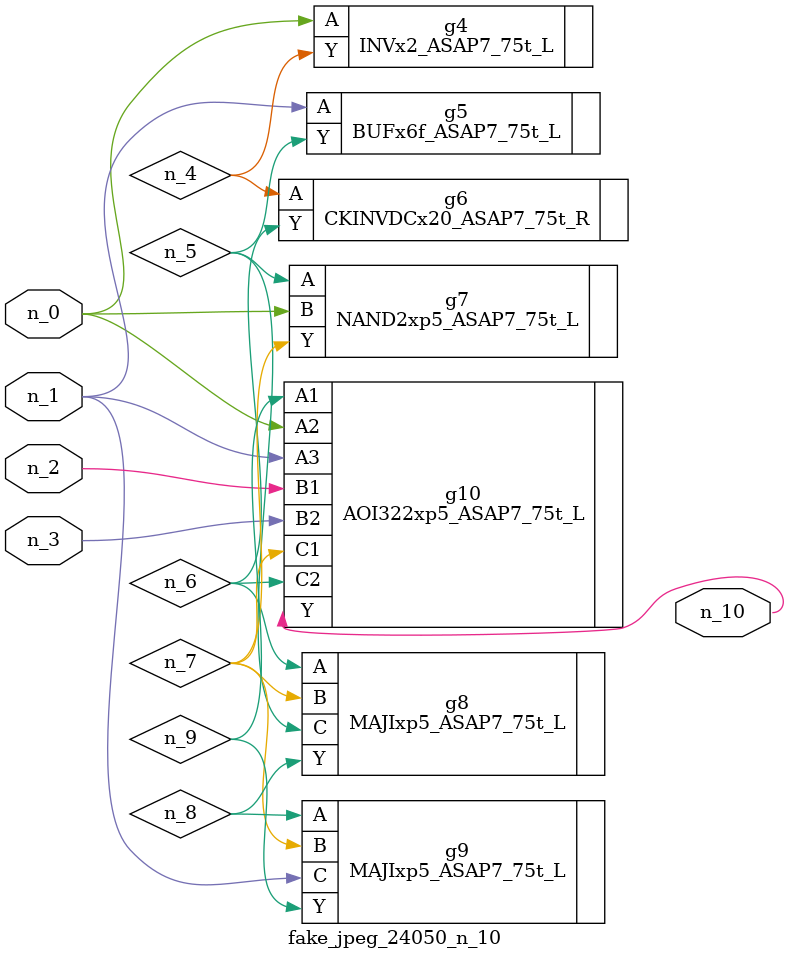
<source format=v>
module fake_jpeg_24050_n_10 (n_0, n_3, n_2, n_1, n_10);

input n_0;
input n_3;
input n_2;
input n_1;

output n_10;

wire n_4;
wire n_8;
wire n_9;
wire n_6;
wire n_5;
wire n_7;

INVx2_ASAP7_75t_L g4 ( 
.A(n_0),
.Y(n_4)
);

BUFx6f_ASAP7_75t_L g5 ( 
.A(n_1),
.Y(n_5)
);

CKINVDCx20_ASAP7_75t_R g6 ( 
.A(n_4),
.Y(n_6)
);

MAJIxp5_ASAP7_75t_L g8 ( 
.A(n_6),
.B(n_7),
.C(n_5),
.Y(n_8)
);

NAND2xp5_ASAP7_75t_L g7 ( 
.A(n_5),
.B(n_0),
.Y(n_7)
);

MAJIxp5_ASAP7_75t_L g9 ( 
.A(n_8),
.B(n_7),
.C(n_1),
.Y(n_9)
);

AOI322xp5_ASAP7_75t_L g10 ( 
.A1(n_9),
.A2(n_0),
.A3(n_1),
.B1(n_2),
.B2(n_3),
.C1(n_7),
.C2(n_6),
.Y(n_10)
);


endmodule
</source>
